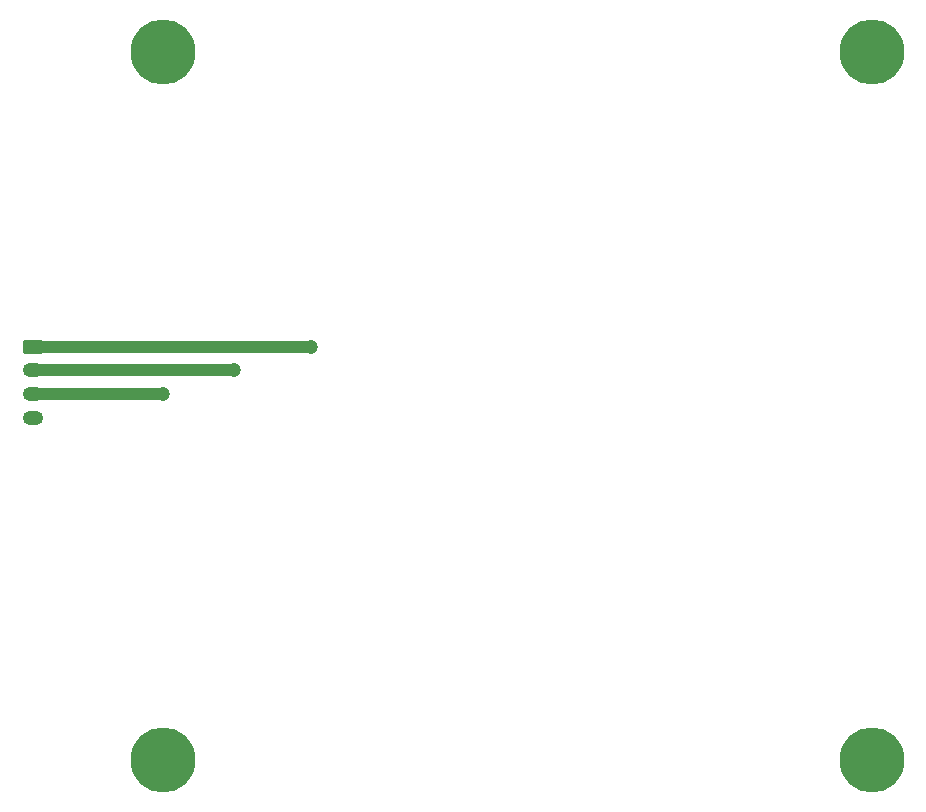
<source format=gbr>
G04 #@! TF.GenerationSoftware,KiCad,Pcbnew,(5.0.2)-1*
G04 #@! TF.CreationDate,2019-06-21T17:07:53-07:00*
G04 #@! TF.ProjectId,slip_ring,736c6970-5f72-4696-9e67-2e6b69636164,rev?*
G04 #@! TF.SameCoordinates,Original*
G04 #@! TF.FileFunction,Copper,L2,Bot*
G04 #@! TF.FilePolarity,Positive*
%FSLAX46Y46*%
G04 Gerber Fmt 4.6, Leading zero omitted, Abs format (unit mm)*
G04 Created by KiCad (PCBNEW (5.0.2)-1) date 6/21/2019 5:07:53 PM*
%MOMM*%
%LPD*%
G01*
G04 APERTURE LIST*
G04 #@! TA.AperFunction,ComponentPad*
%ADD10O,1.750000X1.200000*%
G04 #@! TD*
G04 #@! TA.AperFunction,Conductor*
%ADD11C,0.100000*%
G04 #@! TD*
G04 #@! TA.AperFunction,ComponentPad*
%ADD12C,1.200000*%
G04 #@! TD*
G04 #@! TA.AperFunction,WasherPad*
%ADD13C,5.500000*%
G04 #@! TD*
G04 #@! TA.AperFunction,ViaPad*
%ADD14C,1.200000*%
G04 #@! TD*
G04 #@! TA.AperFunction,Conductor*
%ADD15C,1.000000*%
G04 #@! TD*
G04 APERTURE END LIST*
D10*
G04 #@! TO.P,J1,4*
G04 #@! TO.N,Net-(J1-Pad4)*
X-41000000Y-46000000D03*
G04 #@! TO.P,J1,3*
G04 #@! TO.N,Net-(J1-Pad3)*
X-41000000Y-44000000D03*
G04 #@! TO.P,J1,2*
G04 #@! TO.N,Net-(J1-Pad2)*
X-41000000Y-42000000D03*
D11*
G04 #@! TD*
G04 #@! TO.N,Net-(J1-Pad1)*
G04 #@! TO.C,J1*
G36*
X-40350495Y-39401204D02*
X-40326227Y-39404804D01*
X-40302428Y-39410765D01*
X-40279329Y-39419030D01*
X-40257150Y-39429520D01*
X-40236107Y-39442132D01*
X-40216401Y-39456747D01*
X-40198223Y-39473223D01*
X-40181747Y-39491401D01*
X-40167132Y-39511107D01*
X-40154520Y-39532150D01*
X-40144030Y-39554329D01*
X-40135765Y-39577428D01*
X-40129804Y-39601227D01*
X-40126204Y-39625495D01*
X-40125000Y-39649999D01*
X-40125000Y-40350001D01*
X-40126204Y-40374505D01*
X-40129804Y-40398773D01*
X-40135765Y-40422572D01*
X-40144030Y-40445671D01*
X-40154520Y-40467850D01*
X-40167132Y-40488893D01*
X-40181747Y-40508599D01*
X-40198223Y-40526777D01*
X-40216401Y-40543253D01*
X-40236107Y-40557868D01*
X-40257150Y-40570480D01*
X-40279329Y-40580970D01*
X-40302428Y-40589235D01*
X-40326227Y-40595196D01*
X-40350495Y-40598796D01*
X-40374999Y-40600000D01*
X-41625001Y-40600000D01*
X-41649505Y-40598796D01*
X-41673773Y-40595196D01*
X-41697572Y-40589235D01*
X-41720671Y-40580970D01*
X-41742850Y-40570480D01*
X-41763893Y-40557868D01*
X-41783599Y-40543253D01*
X-41801777Y-40526777D01*
X-41818253Y-40508599D01*
X-41832868Y-40488893D01*
X-41845480Y-40467850D01*
X-41855970Y-40445671D01*
X-41864235Y-40422572D01*
X-41870196Y-40398773D01*
X-41873796Y-40374505D01*
X-41875000Y-40350001D01*
X-41875000Y-39649999D01*
X-41873796Y-39625495D01*
X-41870196Y-39601227D01*
X-41864235Y-39577428D01*
X-41855970Y-39554329D01*
X-41845480Y-39532150D01*
X-41832868Y-39511107D01*
X-41818253Y-39491401D01*
X-41801777Y-39473223D01*
X-41783599Y-39456747D01*
X-41763893Y-39442132D01*
X-41742850Y-39429520D01*
X-41720671Y-39419030D01*
X-41697572Y-39410765D01*
X-41673773Y-39404804D01*
X-41649505Y-39401204D01*
X-41625001Y-39400000D01*
X-40374999Y-39400000D01*
X-40350495Y-39401204D01*
X-40350495Y-39401204D01*
G37*
D12*
G04 #@! TO.P,J1,1*
G04 #@! TO.N,Net-(J1-Pad1)*
X-41000000Y-40000000D03*
G04 #@! TD*
D13*
G04 #@! TO.P,H1,*
G04 #@! TO.N,*
X30000000Y-75000000D03*
G04 #@! TD*
G04 #@! TO.P,H2,*
G04 #@! TO.N,*
X-30000000Y-75000000D03*
G04 #@! TD*
G04 #@! TO.P,H3,*
G04 #@! TO.N,*
X-30000000Y-15000000D03*
G04 #@! TD*
G04 #@! TO.P,H4,*
G04 #@! TO.N,*
X30000000Y-15000000D03*
G04 #@! TD*
D14*
G04 #@! TO.N,Net-(J1-Pad1)*
X-17500000Y-40000000D03*
G04 #@! TO.N,Net-(J1-Pad2)*
X-24000000Y-42000000D03*
G04 #@! TO.N,Net-(J1-Pad3)*
X-30000000Y-44000000D03*
G04 #@! TD*
D15*
G04 #@! TO.N,Net-(J1-Pad1)*
X-41000000Y-40000000D02*
X-17500000Y-40000000D01*
G04 #@! TO.N,Net-(J1-Pad2)*
X-41000000Y-42000000D02*
X-24000000Y-42000000D01*
G04 #@! TO.N,Net-(J1-Pad3)*
X-41000000Y-44000000D02*
X-30000000Y-44000000D01*
G04 #@! TD*
M02*

</source>
